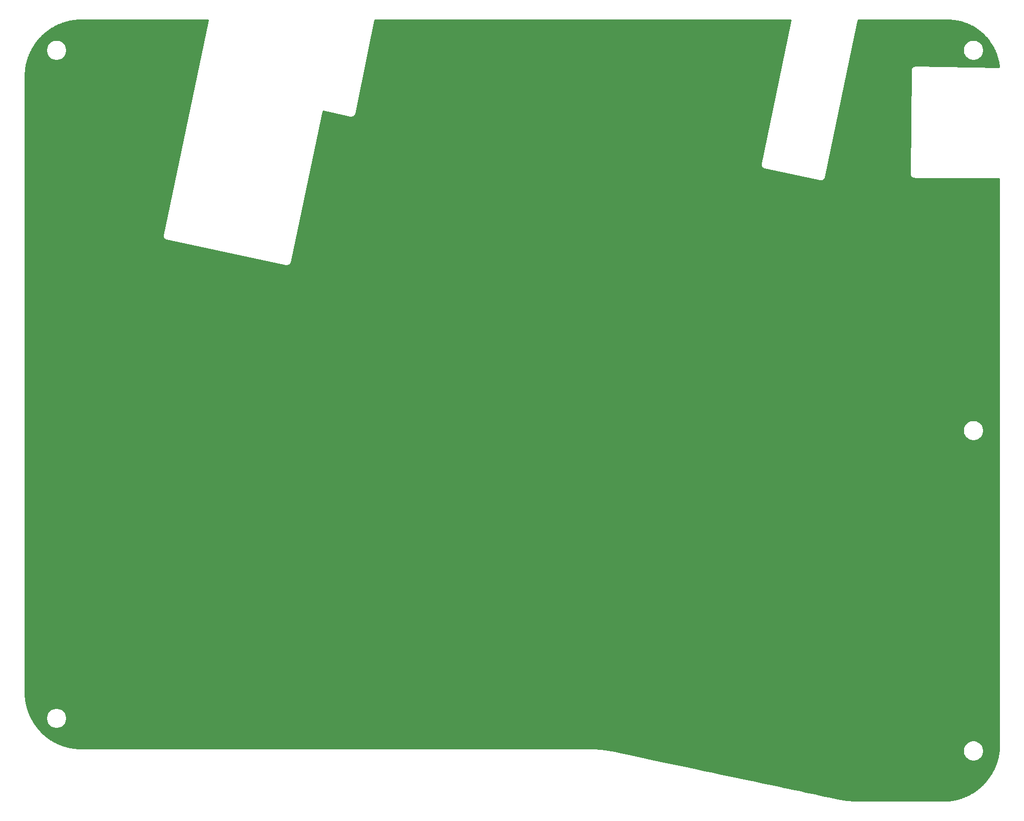
<source format=gtl>
G04 #@! TF.GenerationSoftware,KiCad,Pcbnew,(5.1.5-0-10_14)*
G04 #@! TF.CreationDate,2020-04-19T15:56:36+09:00*
G04 #@! TF.ProjectId,colice_pcb_left_bottom,636f6c69-6365-45f7-9063-625f6c656674,rev?*
G04 #@! TF.SameCoordinates,Original*
G04 #@! TF.FileFunction,Copper,L1,Top*
G04 #@! TF.FilePolarity,Positive*
%FSLAX46Y46*%
G04 Gerber Fmt 4.6, Leading zero omitted, Abs format (unit mm)*
G04 Created by KiCad (PCBNEW (5.1.5-0-10_14)) date 2020-04-19 15:56:36*
%MOMM*%
%LPD*%
G04 APERTURE LIST*
%ADD10C,0.254000*%
G04 APERTURE END LIST*
D10*
G36*
X42970818Y-59781842D02*
G01*
X42960145Y-59815439D01*
X42956003Y-59852516D01*
X42955791Y-59853525D01*
X42951992Y-59888416D01*
X42944069Y-59959326D01*
X42944157Y-59960360D01*
X42944045Y-59961390D01*
X42950320Y-60032613D01*
X42956373Y-60103584D01*
X42956660Y-60104576D01*
X42956751Y-60105612D01*
X42976822Y-60174315D01*
X42996584Y-60242670D01*
X42997060Y-60243588D01*
X42997351Y-60244586D01*
X43030330Y-60307843D01*
X43063156Y-60371239D01*
X43063805Y-60372051D01*
X43064283Y-60372968D01*
X43108910Y-60428503D01*
X43153532Y-60484350D01*
X43154325Y-60485018D01*
X43154974Y-60485826D01*
X43209741Y-60531724D01*
X43264239Y-60577656D01*
X43265144Y-60578155D01*
X43265941Y-60578823D01*
X43328434Y-60613058D01*
X43391021Y-60647572D01*
X43392015Y-60647888D01*
X43392919Y-60648383D01*
X43461036Y-60669815D01*
X43494431Y-60680424D01*
X43495430Y-60680636D01*
X43531026Y-60691836D01*
X43566077Y-60695653D01*
X63242738Y-64878047D01*
X63277311Y-64889031D01*
X63313365Y-64893059D01*
X63313369Y-64893060D01*
X63369477Y-64899328D01*
X63421198Y-64905107D01*
X63421201Y-64905107D01*
X63461552Y-64901665D01*
X63565455Y-64892804D01*
X63565458Y-64892803D01*
X63565459Y-64892803D01*
X63587212Y-64886514D01*
X63704542Y-64852594D01*
X63718837Y-64845192D01*
X63833114Y-64786020D01*
X63920948Y-64715841D01*
X63946223Y-64695646D01*
X64039529Y-64584940D01*
X64109445Y-64458158D01*
X64109447Y-64458155D01*
X64153285Y-64320169D01*
X64157313Y-64284113D01*
X69453249Y-39369222D01*
X73913861Y-40317222D01*
X73950726Y-40328677D01*
X74020419Y-40336017D01*
X74090053Y-40343795D01*
X74092386Y-40343596D01*
X74094712Y-40343841D01*
X74164449Y-40337448D01*
X74234311Y-40331487D01*
X74236561Y-40330836D01*
X74238889Y-40330623D01*
X74306042Y-40310747D01*
X74373397Y-40291272D01*
X74375475Y-40290196D01*
X74377718Y-40289532D01*
X74439741Y-40256917D01*
X74501964Y-40224695D01*
X74503791Y-40223235D01*
X74505862Y-40222146D01*
X74560317Y-40178068D01*
X74615072Y-40134316D01*
X74616580Y-40132526D01*
X74618398Y-40131055D01*
X74663176Y-40077238D01*
X74708375Y-40023607D01*
X74709506Y-40021555D01*
X74711001Y-40019759D01*
X74744420Y-39958241D01*
X74778287Y-39896823D01*
X74778996Y-39894592D01*
X74780112Y-39892537D01*
X74800890Y-39825670D01*
X74822121Y-39758835D01*
X74826407Y-39720467D01*
X78006854Y-24277156D01*
X146784967Y-24277156D01*
X141844759Y-48000395D01*
X141834234Y-48033524D01*
X141830037Y-48071091D01*
X141829727Y-48072580D01*
X141826025Y-48107001D01*
X141818159Y-48177411D01*
X141818289Y-48178935D01*
X141818125Y-48180460D01*
X141824443Y-48251083D01*
X141830463Y-48321669D01*
X141830889Y-48323141D01*
X141831025Y-48324666D01*
X141850980Y-48392634D01*
X141870674Y-48460755D01*
X141871379Y-48462116D01*
X141871810Y-48463585D01*
X141904655Y-48526381D01*
X141937247Y-48589324D01*
X141938203Y-48590520D01*
X141938913Y-48591878D01*
X141983412Y-48647103D01*
X142027623Y-48702435D01*
X142028793Y-48703421D01*
X142029755Y-48704615D01*
X142084204Y-48750123D01*
X142138330Y-48795741D01*
X142139669Y-48796480D01*
X142140846Y-48797463D01*
X142203101Y-48831459D01*
X142265112Y-48865656D01*
X142266571Y-48866120D01*
X142267916Y-48866854D01*
X142335513Y-48888022D01*
X142368522Y-48898509D01*
X142370013Y-48898826D01*
X142406082Y-48910121D01*
X142440637Y-48913837D01*
X151575055Y-50855400D01*
X151611013Y-50866672D01*
X151681548Y-50874280D01*
X151752137Y-50882166D01*
X151753548Y-50882046D01*
X151754961Y-50882198D01*
X151825710Y-50875891D01*
X151896395Y-50869862D01*
X151897758Y-50869468D01*
X151899170Y-50869342D01*
X151967277Y-50849370D01*
X152035482Y-50829651D01*
X152036741Y-50828999D01*
X152038102Y-50828600D01*
X152101049Y-50795700D01*
X152164050Y-50763078D01*
X152165157Y-50762194D01*
X152166415Y-50761536D01*
X152221749Y-50716976D01*
X152277161Y-50672702D01*
X152278074Y-50671618D01*
X152279180Y-50670728D01*
X152324755Y-50616231D01*
X152370467Y-50561995D01*
X152371152Y-50560754D01*
X152372062Y-50559665D01*
X152406116Y-50497350D01*
X152440382Y-50435213D01*
X152440811Y-50433861D01*
X152441492Y-50432616D01*
X152462721Y-50364898D01*
X152484220Y-50297227D01*
X152488405Y-50259769D01*
X156908417Y-29066980D01*
X175251800Y-29066980D01*
X175251800Y-29403820D01*
X175317514Y-29734189D01*
X175446418Y-30045389D01*
X175633556Y-30325461D01*
X175871739Y-30563644D01*
X176151811Y-30750782D01*
X176463011Y-30879686D01*
X176793380Y-30945400D01*
X177130220Y-30945400D01*
X177460589Y-30879686D01*
X177771789Y-30750782D01*
X178051861Y-30563644D01*
X178290044Y-30325461D01*
X178477182Y-30045389D01*
X178606086Y-29734189D01*
X178671800Y-29403820D01*
X178671800Y-29066980D01*
X178606086Y-28736611D01*
X178477182Y-28425411D01*
X178290044Y-28145339D01*
X178051861Y-27907156D01*
X177771789Y-27720018D01*
X177460589Y-27591114D01*
X177130220Y-27525400D01*
X176793380Y-27525400D01*
X176463011Y-27591114D01*
X176151811Y-27720018D01*
X175871739Y-27907156D01*
X175633556Y-28145339D01*
X175446418Y-28425411D01*
X175317514Y-28736611D01*
X175251800Y-29066980D01*
X156908417Y-29066980D01*
X157907393Y-24277156D01*
X172671044Y-24277156D01*
X172867087Y-24279303D01*
X173052726Y-24285358D01*
X173228641Y-24294769D01*
X173403754Y-24307711D01*
X173574351Y-24323780D01*
X173740546Y-24342739D01*
X173907421Y-24365095D01*
X174073239Y-24390638D01*
X174241550Y-24419988D01*
X174398517Y-24450508D01*
X174551192Y-24483146D01*
X174708018Y-24519743D01*
X174857038Y-24557437D01*
X175003431Y-24597282D01*
X175148953Y-24639693D01*
X175290045Y-24683527D01*
X175430201Y-24729759D01*
X175569201Y-24778300D01*
X175710443Y-24830416D01*
X175844061Y-24882361D01*
X175976798Y-24936561D01*
X176108367Y-24992885D01*
X176238780Y-25051329D01*
X176371132Y-25113357D01*
X176498968Y-25175928D01*
X176634689Y-25245294D01*
X176766093Y-25315402D01*
X176887193Y-25382654D01*
X177014613Y-25456228D01*
X177140411Y-25531773D01*
X177266250Y-25610323D01*
X177387824Y-25689132D01*
X177508187Y-25770074D01*
X177621586Y-25849083D01*
X177733878Y-25930034D01*
X177839452Y-26008691D01*
X177943932Y-26089052D01*
X178047025Y-26170891D01*
X178153737Y-26258360D01*
X178266777Y-26354196D01*
X178368047Y-26442948D01*
X178465625Y-26531168D01*
X178561610Y-26620649D01*
X178668337Y-26723421D01*
X178768305Y-26822967D01*
X178866833Y-26924344D01*
X178956867Y-27019964D01*
X179047847Y-27119629D01*
X179135040Y-27218162D01*
X179220707Y-27318001D01*
X179307053Y-27421843D01*
X179389606Y-27524304D01*
X179470603Y-27628048D01*
X179554151Y-27738589D01*
X179631846Y-27844815D01*
X179709788Y-27954927D01*
X179793565Y-28077522D01*
X179873220Y-28198466D01*
X179950909Y-28320880D01*
X180028408Y-28447743D01*
X180098480Y-28566894D01*
X180173496Y-28699562D01*
X180240461Y-28822864D01*
X180307127Y-28950651D01*
X180370864Y-29077994D01*
X180435462Y-29212770D01*
X180494816Y-29342250D01*
X180557594Y-29485799D01*
X180612582Y-29617814D01*
X180665484Y-29751109D01*
X180716222Y-29885529D01*
X180766403Y-30025735D01*
X180814685Y-30168524D01*
X180861049Y-30314160D01*
X180903403Y-30455838D01*
X180944301Y-30601989D01*
X180983013Y-30750574D01*
X181020711Y-30907060D01*
X181054429Y-31059454D01*
X181085392Y-31212679D01*
X181115364Y-31377017D01*
X181144282Y-31556201D01*
X181168326Y-31727708D01*
X181188992Y-31900498D01*
X181205887Y-32070697D01*
X181206455Y-32077911D01*
X167387293Y-31828053D01*
X167347548Y-31823814D01*
X167279044Y-31830003D01*
X167210619Y-31835495D01*
X167207053Y-31836507D01*
X167203353Y-31836841D01*
X167137345Y-31856284D01*
X167071334Y-31875012D01*
X167068036Y-31876699D01*
X167064471Y-31877749D01*
X167003547Y-31909684D01*
X166942434Y-31940942D01*
X166939525Y-31943242D01*
X166936237Y-31944966D01*
X166882743Y-31988150D01*
X166828874Y-32030753D01*
X166826469Y-32033577D01*
X166823581Y-32035909D01*
X166779547Y-32088689D01*
X166735016Y-32140992D01*
X166733209Y-32144231D01*
X166730831Y-32147081D01*
X166697948Y-32207425D01*
X166664469Y-32267425D01*
X166663328Y-32270956D01*
X166661553Y-32274213D01*
X166641066Y-32339835D01*
X166619944Y-32405190D01*
X166619514Y-32408871D01*
X166618407Y-32412417D01*
X166611117Y-32480771D01*
X166603150Y-32548995D01*
X166606348Y-32588833D01*
X166468234Y-49694235D01*
X166464386Y-49733305D01*
X166471199Y-49802476D01*
X166477438Y-49871536D01*
X166478283Y-49874405D01*
X166478577Y-49877390D01*
X166498762Y-49943931D01*
X166518346Y-50010419D01*
X166519734Y-50013067D01*
X166520605Y-50015938D01*
X166553388Y-50077272D01*
X166585563Y-50138653D01*
X166587441Y-50140979D01*
X166588855Y-50143625D01*
X166632964Y-50197371D01*
X166676505Y-50251309D01*
X166678802Y-50253225D01*
X166680704Y-50255543D01*
X166734426Y-50299631D01*
X166787678Y-50344059D01*
X166790305Y-50345491D01*
X166792622Y-50347392D01*
X166853937Y-50380165D01*
X166914810Y-50413337D01*
X166917663Y-50414228D01*
X166920309Y-50415642D01*
X166986820Y-50435818D01*
X167053014Y-50456483D01*
X167055990Y-50456800D01*
X167058857Y-50457670D01*
X167128015Y-50464481D01*
X167196979Y-50471836D01*
X167236063Y-50468305D01*
X181224602Y-50468305D01*
X181224602Y-144133955D01*
X181222748Y-144323013D01*
X181217401Y-144505600D01*
X181208778Y-144683369D01*
X181196525Y-144864263D01*
X181181572Y-145036497D01*
X181163481Y-145207925D01*
X181142780Y-145374727D01*
X181119697Y-145536907D01*
X181093809Y-145698254D01*
X181065164Y-145858623D01*
X181034512Y-146014489D01*
X181001280Y-146169311D01*
X180965460Y-146323259D01*
X180928005Y-146472703D01*
X180887656Y-146622911D01*
X180845924Y-146768515D01*
X180800209Y-146918466D01*
X180752018Y-147067385D01*
X180703836Y-147208250D01*
X180654667Y-147344817D01*
X180603415Y-147480418D01*
X180549394Y-147616767D01*
X180494796Y-147748487D01*
X180435948Y-147884343D01*
X180375017Y-148019045D01*
X180315158Y-148146049D01*
X180253355Y-148272156D01*
X180189776Y-148397050D01*
X180122704Y-148523938D01*
X180050145Y-148656074D01*
X179977307Y-148783808D01*
X179908119Y-148900938D01*
X179837174Y-149017107D01*
X179762584Y-149135260D01*
X179688522Y-149248796D01*
X179600274Y-149379527D01*
X179522764Y-149490541D01*
X179443365Y-149600787D01*
X179362552Y-149709608D01*
X179273341Y-149826011D01*
X179191562Y-149929478D01*
X179105887Y-150034731D01*
X179021091Y-150135891D01*
X178932449Y-150238607D01*
X178842432Y-150339903D01*
X178748449Y-150442576D01*
X178658033Y-150538512D01*
X178561222Y-150638291D01*
X178460411Y-150739103D01*
X178360575Y-150835970D01*
X178264638Y-150926386D01*
X178161952Y-151020380D01*
X178060583Y-151110463D01*
X177960647Y-151196736D01*
X177859531Y-151281558D01*
X177754190Y-151367372D01*
X177650593Y-151449316D01*
X177545755Y-151529852D01*
X177436962Y-151610958D01*
X177323947Y-151692643D01*
X177212696Y-151770567D01*
X177100219Y-151846923D01*
X176986575Y-151921663D01*
X176871990Y-151994638D01*
X176746791Y-152071714D01*
X176629950Y-152141206D01*
X176502304Y-152214507D01*
X176383155Y-152280524D01*
X176259589Y-152346590D01*
X176131807Y-152412406D01*
X176002787Y-152476337D01*
X175876132Y-152536681D01*
X175744954Y-152596714D01*
X175612893Y-152654667D01*
X175476352Y-152712018D01*
X175338679Y-152767252D01*
X175203589Y-152818966D01*
X175056867Y-152872398D01*
X174916250Y-152920981D01*
X174774401Y-152967429D01*
X174631690Y-153011602D01*
X174484870Y-153054409D01*
X174315131Y-153100624D01*
X174166228Y-153138315D01*
X174014161Y-153174088D01*
X173861312Y-153207319D01*
X173703687Y-153238752D01*
X173545443Y-153267449D01*
X173380405Y-153294358D01*
X173218853Y-153317742D01*
X173033190Y-153341043D01*
X172865880Y-153358802D01*
X172693555Y-153373898D01*
X172516671Y-153386055D01*
X172335145Y-153395040D01*
X172144933Y-153400686D01*
X171956001Y-153402539D01*
X158332799Y-153402539D01*
X158137813Y-153401560D01*
X157932522Y-153398410D01*
X157741525Y-153393517D01*
X157554480Y-153386889D01*
X157367612Y-153378449D01*
X157182659Y-153368303D01*
X156997834Y-153356381D01*
X156815206Y-153342851D01*
X156634734Y-153327759D01*
X156454372Y-153310965D01*
X156274117Y-153292472D01*
X156099913Y-153272967D01*
X155921994Y-153251384D01*
X155750211Y-153228948D01*
X155578639Y-153204966D01*
X155407165Y-153179422D01*
X155235887Y-153152326D01*
X155069874Y-153124550D01*
X154902061Y-153094949D01*
X154731288Y-153063252D01*
X154569015Y-153031649D01*
X154405809Y-152998401D01*
X154324846Y-152981366D01*
X154160148Y-152946362D01*
X153810615Y-152872074D01*
X153810611Y-152872074D01*
X153439181Y-152793133D01*
X153439123Y-152793120D01*
X153046393Y-152709651D01*
X153046389Y-152709651D01*
X152421510Y-152576840D01*
X152421481Y-152576834D01*
X151747967Y-152433685D01*
X151747965Y-152433685D01*
X151277478Y-152333688D01*
X151277474Y-152333688D01*
X150789352Y-152229940D01*
X150789344Y-152229939D01*
X150284304Y-152122596D01*
X150284298Y-152122595D01*
X149763059Y-152011809D01*
X149763057Y-152011809D01*
X149226331Y-151897731D01*
X148395502Y-151721143D01*
X147530503Y-151537291D01*
X147530474Y-151537285D01*
X146939030Y-151411576D01*
X146335764Y-151283354D01*
X146335706Y-151283341D01*
X145721221Y-151152733D01*
X144781315Y-150952957D01*
X143494027Y-150679345D01*
X143494019Y-150679344D01*
X142175059Y-150398999D01*
X142175051Y-150398998D01*
X140830174Y-150113144D01*
X139465159Y-149823008D01*
X139465130Y-149823002D01*
X137393113Y-149382591D01*
X137393084Y-149382585D01*
X135306666Y-148939110D01*
X135306637Y-148939104D01*
X134265212Y-148717744D01*
X134265210Y-148717744D01*
X133573027Y-148570619D01*
X133572969Y-148570606D01*
X132539106Y-148350854D01*
X132539104Y-148350854D01*
X131174060Y-148060707D01*
X129162491Y-147633138D01*
X126587916Y-147085896D01*
X126587908Y-147085895D01*
X124174617Y-146572932D01*
X121968702Y-146104045D01*
X121968673Y-146104039D01*
X120016219Y-145689024D01*
X120016162Y-145689011D01*
X118756251Y-145421201D01*
X118756243Y-145421200D01*
X118013404Y-145263300D01*
X118013270Y-145263270D01*
X117678739Y-145192161D01*
X117678583Y-145192143D01*
X117675662Y-145191514D01*
X117509311Y-145156897D01*
X117509133Y-145156878D01*
X117503035Y-145155620D01*
X117328400Y-145120864D01*
X117328222Y-145120846D01*
X117322086Y-145119636D01*
X117153221Y-145087562D01*
X117153045Y-145087546D01*
X117146882Y-145086387D01*
X116969712Y-145054343D01*
X116969546Y-145054329D01*
X116963107Y-145053179D01*
X116780640Y-145021894D01*
X116780469Y-145021882D01*
X116774074Y-145020799D01*
X116599435Y-144992482D01*
X116599264Y-144992471D01*
X116592859Y-144991446D01*
X116434117Y-144967180D01*
X175251800Y-144967180D01*
X175251800Y-145304020D01*
X175317514Y-145634389D01*
X175446418Y-145945589D01*
X175633556Y-146225661D01*
X175871739Y-146463844D01*
X176151811Y-146650982D01*
X176463011Y-146779886D01*
X176793380Y-146845600D01*
X177130220Y-146845600D01*
X177460589Y-146779886D01*
X177771789Y-146650982D01*
X178051861Y-146463844D01*
X178290044Y-146225661D01*
X178477182Y-145945589D01*
X178606086Y-145634389D01*
X178671800Y-145304020D01*
X178671800Y-144967180D01*
X178606086Y-144636811D01*
X178477182Y-144325611D01*
X178290044Y-144045539D01*
X178051861Y-143807356D01*
X177771789Y-143620218D01*
X177460589Y-143491314D01*
X177130220Y-143425600D01*
X176793380Y-143425600D01*
X176463011Y-143491314D01*
X176151811Y-143620218D01*
X175871739Y-143807356D01*
X175633556Y-144045539D01*
X175446418Y-144325611D01*
X175317514Y-144636811D01*
X175251800Y-144967180D01*
X116434117Y-144967180D01*
X116408892Y-144963324D01*
X116408719Y-144963315D01*
X116402281Y-144962344D01*
X116226180Y-144937061D01*
X116226003Y-144937053D01*
X116219636Y-144936152D01*
X116039276Y-144911910D01*
X116039108Y-144911904D01*
X116032681Y-144911053D01*
X115854146Y-144888699D01*
X115853965Y-144888694D01*
X115847437Y-144887891D01*
X115660590Y-144866239D01*
X115660421Y-144866236D01*
X115653826Y-144865487D01*
X115472889Y-144846216D01*
X115472719Y-144846215D01*
X115466212Y-144845535D01*
X115283068Y-144827719D01*
X115282898Y-144827719D01*
X115276230Y-144827086D01*
X115086813Y-144810445D01*
X115086645Y-144810447D01*
X115079921Y-144809872D01*
X114894426Y-144795333D01*
X114894257Y-144795336D01*
X114887545Y-144794826D01*
X114698848Y-144781817D01*
X114698677Y-144781822D01*
X114691911Y-144781372D01*
X114503084Y-144770147D01*
X114502913Y-144770154D01*
X114496068Y-144769764D01*
X114303035Y-144760140D01*
X114302876Y-144760148D01*
X114295823Y-144759816D01*
X114096547Y-144751842D01*
X114096388Y-144751851D01*
X114089277Y-144751587D01*
X113892965Y-144745677D01*
X113892808Y-144745688D01*
X113885751Y-144745495D01*
X113689354Y-144741512D01*
X113689203Y-144741524D01*
X113681971Y-144741399D01*
X113477316Y-144739305D01*
X113477131Y-144739321D01*
X113471663Y-144739269D01*
X113369315Y-144739009D01*
X113369207Y-144739019D01*
X113367448Y-144739007D01*
X29446810Y-144739007D01*
X29257952Y-144737119D01*
X29074916Y-144731657D01*
X28896173Y-144722824D01*
X28714828Y-144710320D01*
X28543648Y-144695230D01*
X28358855Y-144675335D01*
X28182155Y-144652797D01*
X28020442Y-144629130D01*
X27861060Y-144602937D01*
X27698884Y-144573337D01*
X27520840Y-144537393D01*
X27369050Y-144503865D01*
X27217461Y-144467696D01*
X27066591Y-144429006D01*
X26919933Y-144388788D01*
X26772298Y-144345670D01*
X26625336Y-144300087D01*
X26484504Y-144253876D01*
X26344152Y-144205320D01*
X26207283Y-144155525D01*
X26072091Y-144103923D01*
X25935360Y-144049253D01*
X25788466Y-143987684D01*
X25652740Y-143928133D01*
X25521137Y-143867892D01*
X25391187Y-143805940D01*
X25266992Y-143744393D01*
X25144478Y-143681382D01*
X25019648Y-143614785D01*
X24899023Y-143548077D01*
X24779294Y-143479516D01*
X24658990Y-143408212D01*
X24539744Y-143335078D01*
X24423849Y-143261592D01*
X24307299Y-143185229D01*
X24196521Y-143110287D01*
X24085806Y-143033023D01*
X23975522Y-142953638D01*
X23867001Y-142873084D01*
X23759553Y-142790867D01*
X23653171Y-142706972D01*
X23550758Y-142623780D01*
X23449460Y-142539067D01*
X23348489Y-142452144D01*
X23249367Y-142364306D01*
X23152094Y-142275600D01*
X23055422Y-142184883D01*
X22953780Y-142086654D01*
X22892571Y-142026022D01*
X22797163Y-141929219D01*
X22705911Y-141833926D01*
X22614868Y-141736084D01*
X22525995Y-141637781D01*
X22438618Y-141538313D01*
X22352794Y-141437749D01*
X22268494Y-141336069D01*
X22185764Y-141233336D01*
X22102393Y-141126696D01*
X22020644Y-141018922D01*
X21940581Y-140910104D01*
X21860112Y-140797280D01*
X21781362Y-140683297D01*
X21706456Y-140571388D01*
X21632340Y-140457067D01*
X21552558Y-140329741D01*
X21482625Y-140214220D01*
X21412874Y-140095066D01*
X21345009Y-139975069D01*
X21275934Y-139848472D01*
X21210233Y-139723521D01*
X21142671Y-139589984D01*
X21138971Y-139582380D01*
X23626500Y-139582380D01*
X23626500Y-139919220D01*
X23692214Y-140249589D01*
X23821118Y-140560789D01*
X24008256Y-140840861D01*
X24246439Y-141079044D01*
X24526511Y-141266182D01*
X24837711Y-141395086D01*
X25168080Y-141460800D01*
X25504920Y-141460800D01*
X25835289Y-141395086D01*
X26146489Y-141266182D01*
X26426561Y-141079044D01*
X26664744Y-140840861D01*
X26851882Y-140560789D01*
X26980786Y-140249589D01*
X27046500Y-139919220D01*
X27046500Y-139582380D01*
X26980786Y-139252011D01*
X26851882Y-138940811D01*
X26664744Y-138660739D01*
X26426561Y-138422556D01*
X26146489Y-138235418D01*
X25835289Y-138106514D01*
X25504920Y-138040800D01*
X25168080Y-138040800D01*
X24837711Y-138106514D01*
X24526511Y-138235418D01*
X24246439Y-138422556D01*
X24008256Y-138660739D01*
X23821118Y-138940811D01*
X23692214Y-139252011D01*
X23626500Y-139582380D01*
X21138971Y-139582380D01*
X21082116Y-139465538D01*
X21022590Y-139338375D01*
X20964657Y-139209553D01*
X20908757Y-139080009D01*
X20851036Y-138940228D01*
X20797637Y-138804815D01*
X20746659Y-138669358D01*
X20696592Y-138529660D01*
X20648795Y-138389252D01*
X20602673Y-138246258D01*
X20559188Y-138103590D01*
X20515987Y-137952976D01*
X20475614Y-137802724D01*
X20436894Y-137648180D01*
X20400814Y-137492888D01*
X20367414Y-137337013D01*
X20335696Y-137175185D01*
X20305750Y-137006210D01*
X20280024Y-136843992D01*
X20256792Y-136678376D01*
X20236545Y-136512279D01*
X20218927Y-136341833D01*
X20204462Y-136171099D01*
X20192972Y-135996695D01*
X20183677Y-135791693D01*
X20179138Y-135604258D01*
X20178200Y-135471419D01*
X20178200Y-91970080D01*
X175251800Y-91970080D01*
X175251800Y-92306920D01*
X175317514Y-92637289D01*
X175446418Y-92948489D01*
X175633556Y-93228561D01*
X175871739Y-93466744D01*
X176151811Y-93653882D01*
X176463011Y-93782786D01*
X176793380Y-93848500D01*
X177130220Y-93848500D01*
X177460589Y-93782786D01*
X177771789Y-93653882D01*
X178051861Y-93466744D01*
X178290044Y-93228561D01*
X178477182Y-92948489D01*
X178606086Y-92637289D01*
X178671800Y-92306920D01*
X178671800Y-91970080D01*
X178606086Y-91639711D01*
X178477182Y-91328511D01*
X178290044Y-91048439D01*
X178051861Y-90810256D01*
X177771789Y-90623118D01*
X177460589Y-90494214D01*
X177130220Y-90428500D01*
X176793380Y-90428500D01*
X176463011Y-90494214D01*
X176151811Y-90623118D01*
X175871739Y-90810256D01*
X175633556Y-91048439D01*
X175446418Y-91328511D01*
X175317514Y-91639711D01*
X175251800Y-91970080D01*
X20178200Y-91970080D01*
X20178200Y-33546305D01*
X20180718Y-33327558D01*
X20186726Y-33145239D01*
X20196056Y-32967401D01*
X20209242Y-32784355D01*
X20224808Y-32613903D01*
X20243314Y-32445503D01*
X20264373Y-32281296D01*
X20288070Y-32119381D01*
X20314257Y-31960037D01*
X20344623Y-31793839D01*
X20375671Y-31639363D01*
X20410180Y-31481763D01*
X20446944Y-31326762D01*
X20487308Y-31168865D01*
X20527954Y-31020474D01*
X20570010Y-30876282D01*
X20613794Y-30734689D01*
X20663404Y-30583205D01*
X20711854Y-30443163D01*
X20762580Y-30303799D01*
X20816221Y-30163505D01*
X20869610Y-30030236D01*
X20929521Y-29887393D01*
X20987224Y-29755791D01*
X21046281Y-29626567D01*
X21108571Y-29495665D01*
X21171195Y-29369133D01*
X21235855Y-29243349D01*
X21300633Y-29121875D01*
X21323967Y-29079680D01*
X23626500Y-29079680D01*
X23626500Y-29416520D01*
X23692214Y-29746889D01*
X23821118Y-30058089D01*
X24008256Y-30338161D01*
X24246439Y-30576344D01*
X24526511Y-30763482D01*
X24837711Y-30892386D01*
X25168080Y-30958100D01*
X25504920Y-30958100D01*
X25835289Y-30892386D01*
X26146489Y-30763482D01*
X26426561Y-30576344D01*
X26664744Y-30338161D01*
X26851882Y-30058089D01*
X26980786Y-29746889D01*
X27046500Y-29416520D01*
X27046500Y-29079680D01*
X26980786Y-28749311D01*
X26851882Y-28438111D01*
X26664744Y-28158039D01*
X26426561Y-27919856D01*
X26146489Y-27732718D01*
X25835289Y-27603814D01*
X25504920Y-27538100D01*
X25168080Y-27538100D01*
X24837711Y-27603814D01*
X24526511Y-27732718D01*
X24246439Y-27919856D01*
X24008256Y-28158039D01*
X23821118Y-28438111D01*
X23692214Y-28749311D01*
X23626500Y-29079680D01*
X21323967Y-29079680D01*
X21370913Y-28994790D01*
X21441308Y-28872023D01*
X21511268Y-28754155D01*
X21582108Y-28638712D01*
X21654180Y-28525009D01*
X21728948Y-28410795D01*
X21805483Y-28297553D01*
X21882629Y-28186938D01*
X21961484Y-28077316D01*
X22041876Y-27968926D01*
X22130770Y-27852801D01*
X22216793Y-27743936D01*
X22309482Y-27630279D01*
X22394361Y-27529336D01*
X22480903Y-27429348D01*
X22571257Y-27327962D01*
X22673597Y-27216636D01*
X22764709Y-27120518D01*
X22858791Y-27024073D01*
X22890680Y-26992022D01*
X22985361Y-26898666D01*
X23084028Y-26804155D01*
X23181145Y-26713796D01*
X23278757Y-26625539D01*
X23378911Y-26537551D01*
X23479237Y-26451932D01*
X23592419Y-26358244D01*
X23694871Y-26275996D01*
X23810486Y-26186003D01*
X23918253Y-26104720D01*
X24026570Y-26025463D01*
X24136661Y-25947342D01*
X24248534Y-25870390D01*
X24360628Y-25795674D01*
X24476837Y-25720663D01*
X24590942Y-25649372D01*
X24709043Y-25577977D01*
X24831387Y-25506516D01*
X24951481Y-25438776D01*
X25072558Y-25372843D01*
X25195353Y-25308325D01*
X25323939Y-25243252D01*
X25448486Y-25182591D01*
X25574763Y-25123414D01*
X25707697Y-25063594D01*
X25840628Y-25006265D01*
X25972815Y-24951672D01*
X26105742Y-24899160D01*
X26241201Y-24848063D01*
X26382576Y-24797290D01*
X26523830Y-24749120D01*
X26664117Y-24703777D01*
X26807830Y-24659861D01*
X26953991Y-24617793D01*
X27100714Y-24578159D01*
X27255337Y-24539167D01*
X27408757Y-24503260D01*
X27562883Y-24469942D01*
X27721088Y-24438587D01*
X27889144Y-24408396D01*
X28048518Y-24382707D01*
X28213999Y-24359040D01*
X28386959Y-24337552D01*
X28580996Y-24317363D01*
X28758674Y-24302484D01*
X28936745Y-24291026D01*
X29139768Y-24282156D01*
X29331352Y-24277850D01*
X29445343Y-24277156D01*
X50413932Y-24277156D01*
X42970818Y-59781842D01*
G37*
X42970818Y-59781842D02*
X42960145Y-59815439D01*
X42956003Y-59852516D01*
X42955791Y-59853525D01*
X42951992Y-59888416D01*
X42944069Y-59959326D01*
X42944157Y-59960360D01*
X42944045Y-59961390D01*
X42950320Y-60032613D01*
X42956373Y-60103584D01*
X42956660Y-60104576D01*
X42956751Y-60105612D01*
X42976822Y-60174315D01*
X42996584Y-60242670D01*
X42997060Y-60243588D01*
X42997351Y-60244586D01*
X43030330Y-60307843D01*
X43063156Y-60371239D01*
X43063805Y-60372051D01*
X43064283Y-60372968D01*
X43108910Y-60428503D01*
X43153532Y-60484350D01*
X43154325Y-60485018D01*
X43154974Y-60485826D01*
X43209741Y-60531724D01*
X43264239Y-60577656D01*
X43265144Y-60578155D01*
X43265941Y-60578823D01*
X43328434Y-60613058D01*
X43391021Y-60647572D01*
X43392015Y-60647888D01*
X43392919Y-60648383D01*
X43461036Y-60669815D01*
X43494431Y-60680424D01*
X43495430Y-60680636D01*
X43531026Y-60691836D01*
X43566077Y-60695653D01*
X63242738Y-64878047D01*
X63277311Y-64889031D01*
X63313365Y-64893059D01*
X63313369Y-64893060D01*
X63369477Y-64899328D01*
X63421198Y-64905107D01*
X63421201Y-64905107D01*
X63461552Y-64901665D01*
X63565455Y-64892804D01*
X63565458Y-64892803D01*
X63565459Y-64892803D01*
X63587212Y-64886514D01*
X63704542Y-64852594D01*
X63718837Y-64845192D01*
X63833114Y-64786020D01*
X63920948Y-64715841D01*
X63946223Y-64695646D01*
X64039529Y-64584940D01*
X64109445Y-64458158D01*
X64109447Y-64458155D01*
X64153285Y-64320169D01*
X64157313Y-64284113D01*
X69453249Y-39369222D01*
X73913861Y-40317222D01*
X73950726Y-40328677D01*
X74020419Y-40336017D01*
X74090053Y-40343795D01*
X74092386Y-40343596D01*
X74094712Y-40343841D01*
X74164449Y-40337448D01*
X74234311Y-40331487D01*
X74236561Y-40330836D01*
X74238889Y-40330623D01*
X74306042Y-40310747D01*
X74373397Y-40291272D01*
X74375475Y-40290196D01*
X74377718Y-40289532D01*
X74439741Y-40256917D01*
X74501964Y-40224695D01*
X74503791Y-40223235D01*
X74505862Y-40222146D01*
X74560317Y-40178068D01*
X74615072Y-40134316D01*
X74616580Y-40132526D01*
X74618398Y-40131055D01*
X74663176Y-40077238D01*
X74708375Y-40023607D01*
X74709506Y-40021555D01*
X74711001Y-40019759D01*
X74744420Y-39958241D01*
X74778287Y-39896823D01*
X74778996Y-39894592D01*
X74780112Y-39892537D01*
X74800890Y-39825670D01*
X74822121Y-39758835D01*
X74826407Y-39720467D01*
X78006854Y-24277156D01*
X146784967Y-24277156D01*
X141844759Y-48000395D01*
X141834234Y-48033524D01*
X141830037Y-48071091D01*
X141829727Y-48072580D01*
X141826025Y-48107001D01*
X141818159Y-48177411D01*
X141818289Y-48178935D01*
X141818125Y-48180460D01*
X141824443Y-48251083D01*
X141830463Y-48321669D01*
X141830889Y-48323141D01*
X141831025Y-48324666D01*
X141850980Y-48392634D01*
X141870674Y-48460755D01*
X141871379Y-48462116D01*
X141871810Y-48463585D01*
X141904655Y-48526381D01*
X141937247Y-48589324D01*
X141938203Y-48590520D01*
X141938913Y-48591878D01*
X141983412Y-48647103D01*
X142027623Y-48702435D01*
X142028793Y-48703421D01*
X142029755Y-48704615D01*
X142084204Y-48750123D01*
X142138330Y-48795741D01*
X142139669Y-48796480D01*
X142140846Y-48797463D01*
X142203101Y-48831459D01*
X142265112Y-48865656D01*
X142266571Y-48866120D01*
X142267916Y-48866854D01*
X142335513Y-48888022D01*
X142368522Y-48898509D01*
X142370013Y-48898826D01*
X142406082Y-48910121D01*
X142440637Y-48913837D01*
X151575055Y-50855400D01*
X151611013Y-50866672D01*
X151681548Y-50874280D01*
X151752137Y-50882166D01*
X151753548Y-50882046D01*
X151754961Y-50882198D01*
X151825710Y-50875891D01*
X151896395Y-50869862D01*
X151897758Y-50869468D01*
X151899170Y-50869342D01*
X151967277Y-50849370D01*
X152035482Y-50829651D01*
X152036741Y-50828999D01*
X152038102Y-50828600D01*
X152101049Y-50795700D01*
X152164050Y-50763078D01*
X152165157Y-50762194D01*
X152166415Y-50761536D01*
X152221749Y-50716976D01*
X152277161Y-50672702D01*
X152278074Y-50671618D01*
X152279180Y-50670728D01*
X152324755Y-50616231D01*
X152370467Y-50561995D01*
X152371152Y-50560754D01*
X152372062Y-50559665D01*
X152406116Y-50497350D01*
X152440382Y-50435213D01*
X152440811Y-50433861D01*
X152441492Y-50432616D01*
X152462721Y-50364898D01*
X152484220Y-50297227D01*
X152488405Y-50259769D01*
X156908417Y-29066980D01*
X175251800Y-29066980D01*
X175251800Y-29403820D01*
X175317514Y-29734189D01*
X175446418Y-30045389D01*
X175633556Y-30325461D01*
X175871739Y-30563644D01*
X176151811Y-30750782D01*
X176463011Y-30879686D01*
X176793380Y-30945400D01*
X177130220Y-30945400D01*
X177460589Y-30879686D01*
X177771789Y-30750782D01*
X178051861Y-30563644D01*
X178290044Y-30325461D01*
X178477182Y-30045389D01*
X178606086Y-29734189D01*
X178671800Y-29403820D01*
X178671800Y-29066980D01*
X178606086Y-28736611D01*
X178477182Y-28425411D01*
X178290044Y-28145339D01*
X178051861Y-27907156D01*
X177771789Y-27720018D01*
X177460589Y-27591114D01*
X177130220Y-27525400D01*
X176793380Y-27525400D01*
X176463011Y-27591114D01*
X176151811Y-27720018D01*
X175871739Y-27907156D01*
X175633556Y-28145339D01*
X175446418Y-28425411D01*
X175317514Y-28736611D01*
X175251800Y-29066980D01*
X156908417Y-29066980D01*
X157907393Y-24277156D01*
X172671044Y-24277156D01*
X172867087Y-24279303D01*
X173052726Y-24285358D01*
X173228641Y-24294769D01*
X173403754Y-24307711D01*
X173574351Y-24323780D01*
X173740546Y-24342739D01*
X173907421Y-24365095D01*
X174073239Y-24390638D01*
X174241550Y-24419988D01*
X174398517Y-24450508D01*
X174551192Y-24483146D01*
X174708018Y-24519743D01*
X174857038Y-24557437D01*
X175003431Y-24597282D01*
X175148953Y-24639693D01*
X175290045Y-24683527D01*
X175430201Y-24729759D01*
X175569201Y-24778300D01*
X175710443Y-24830416D01*
X175844061Y-24882361D01*
X175976798Y-24936561D01*
X176108367Y-24992885D01*
X176238780Y-25051329D01*
X176371132Y-25113357D01*
X176498968Y-25175928D01*
X176634689Y-25245294D01*
X176766093Y-25315402D01*
X176887193Y-25382654D01*
X177014613Y-25456228D01*
X177140411Y-25531773D01*
X177266250Y-25610323D01*
X177387824Y-25689132D01*
X177508187Y-25770074D01*
X177621586Y-25849083D01*
X177733878Y-25930034D01*
X177839452Y-26008691D01*
X177943932Y-26089052D01*
X178047025Y-26170891D01*
X178153737Y-26258360D01*
X178266777Y-26354196D01*
X178368047Y-26442948D01*
X178465625Y-26531168D01*
X178561610Y-26620649D01*
X178668337Y-26723421D01*
X178768305Y-26822967D01*
X178866833Y-26924344D01*
X178956867Y-27019964D01*
X179047847Y-27119629D01*
X179135040Y-27218162D01*
X179220707Y-27318001D01*
X179307053Y-27421843D01*
X179389606Y-27524304D01*
X179470603Y-27628048D01*
X179554151Y-27738589D01*
X179631846Y-27844815D01*
X179709788Y-27954927D01*
X179793565Y-28077522D01*
X179873220Y-28198466D01*
X179950909Y-28320880D01*
X180028408Y-28447743D01*
X180098480Y-28566894D01*
X180173496Y-28699562D01*
X180240461Y-28822864D01*
X180307127Y-28950651D01*
X180370864Y-29077994D01*
X180435462Y-29212770D01*
X180494816Y-29342250D01*
X180557594Y-29485799D01*
X180612582Y-29617814D01*
X180665484Y-29751109D01*
X180716222Y-29885529D01*
X180766403Y-30025735D01*
X180814685Y-30168524D01*
X180861049Y-30314160D01*
X180903403Y-30455838D01*
X180944301Y-30601989D01*
X180983013Y-30750574D01*
X181020711Y-30907060D01*
X181054429Y-31059454D01*
X181085392Y-31212679D01*
X181115364Y-31377017D01*
X181144282Y-31556201D01*
X181168326Y-31727708D01*
X181188992Y-31900498D01*
X181205887Y-32070697D01*
X181206455Y-32077911D01*
X167387293Y-31828053D01*
X167347548Y-31823814D01*
X167279044Y-31830003D01*
X167210619Y-31835495D01*
X167207053Y-31836507D01*
X167203353Y-31836841D01*
X167137345Y-31856284D01*
X167071334Y-31875012D01*
X167068036Y-31876699D01*
X167064471Y-31877749D01*
X167003547Y-31909684D01*
X166942434Y-31940942D01*
X166939525Y-31943242D01*
X166936237Y-31944966D01*
X166882743Y-31988150D01*
X166828874Y-32030753D01*
X166826469Y-32033577D01*
X166823581Y-32035909D01*
X166779547Y-32088689D01*
X166735016Y-32140992D01*
X166733209Y-32144231D01*
X166730831Y-32147081D01*
X166697948Y-32207425D01*
X166664469Y-32267425D01*
X166663328Y-32270956D01*
X166661553Y-32274213D01*
X166641066Y-32339835D01*
X166619944Y-32405190D01*
X166619514Y-32408871D01*
X166618407Y-32412417D01*
X166611117Y-32480771D01*
X166603150Y-32548995D01*
X166606348Y-32588833D01*
X166468234Y-49694235D01*
X166464386Y-49733305D01*
X166471199Y-49802476D01*
X166477438Y-49871536D01*
X166478283Y-49874405D01*
X166478577Y-49877390D01*
X166498762Y-49943931D01*
X166518346Y-50010419D01*
X166519734Y-50013067D01*
X166520605Y-50015938D01*
X166553388Y-50077272D01*
X166585563Y-50138653D01*
X166587441Y-50140979D01*
X166588855Y-50143625D01*
X166632964Y-50197371D01*
X166676505Y-50251309D01*
X166678802Y-50253225D01*
X166680704Y-50255543D01*
X166734426Y-50299631D01*
X166787678Y-50344059D01*
X166790305Y-50345491D01*
X166792622Y-50347392D01*
X166853937Y-50380165D01*
X166914810Y-50413337D01*
X166917663Y-50414228D01*
X166920309Y-50415642D01*
X166986820Y-50435818D01*
X167053014Y-50456483D01*
X167055990Y-50456800D01*
X167058857Y-50457670D01*
X167128015Y-50464481D01*
X167196979Y-50471836D01*
X167236063Y-50468305D01*
X181224602Y-50468305D01*
X181224602Y-144133955D01*
X181222748Y-144323013D01*
X181217401Y-144505600D01*
X181208778Y-144683369D01*
X181196525Y-144864263D01*
X181181572Y-145036497D01*
X181163481Y-145207925D01*
X181142780Y-145374727D01*
X181119697Y-145536907D01*
X181093809Y-145698254D01*
X181065164Y-145858623D01*
X181034512Y-146014489D01*
X181001280Y-146169311D01*
X180965460Y-146323259D01*
X180928005Y-146472703D01*
X180887656Y-146622911D01*
X180845924Y-146768515D01*
X180800209Y-146918466D01*
X180752018Y-147067385D01*
X180703836Y-147208250D01*
X180654667Y-147344817D01*
X180603415Y-147480418D01*
X180549394Y-147616767D01*
X180494796Y-147748487D01*
X180435948Y-147884343D01*
X180375017Y-148019045D01*
X180315158Y-148146049D01*
X180253355Y-148272156D01*
X180189776Y-148397050D01*
X180122704Y-148523938D01*
X180050145Y-148656074D01*
X179977307Y-148783808D01*
X179908119Y-148900938D01*
X179837174Y-149017107D01*
X179762584Y-149135260D01*
X179688522Y-149248796D01*
X179600274Y-149379527D01*
X179522764Y-149490541D01*
X179443365Y-149600787D01*
X179362552Y-149709608D01*
X179273341Y-149826011D01*
X179191562Y-149929478D01*
X179105887Y-150034731D01*
X179021091Y-150135891D01*
X178932449Y-150238607D01*
X178842432Y-150339903D01*
X178748449Y-150442576D01*
X178658033Y-150538512D01*
X178561222Y-150638291D01*
X178460411Y-150739103D01*
X178360575Y-150835970D01*
X178264638Y-150926386D01*
X178161952Y-151020380D01*
X178060583Y-151110463D01*
X177960647Y-151196736D01*
X177859531Y-151281558D01*
X177754190Y-151367372D01*
X177650593Y-151449316D01*
X177545755Y-151529852D01*
X177436962Y-151610958D01*
X177323947Y-151692643D01*
X177212696Y-151770567D01*
X177100219Y-151846923D01*
X176986575Y-151921663D01*
X176871990Y-151994638D01*
X176746791Y-152071714D01*
X176629950Y-152141206D01*
X176502304Y-152214507D01*
X176383155Y-152280524D01*
X176259589Y-152346590D01*
X176131807Y-152412406D01*
X176002787Y-152476337D01*
X175876132Y-152536681D01*
X175744954Y-152596714D01*
X175612893Y-152654667D01*
X175476352Y-152712018D01*
X175338679Y-152767252D01*
X175203589Y-152818966D01*
X175056867Y-152872398D01*
X174916250Y-152920981D01*
X174774401Y-152967429D01*
X174631690Y-153011602D01*
X174484870Y-153054409D01*
X174315131Y-153100624D01*
X174166228Y-153138315D01*
X174014161Y-153174088D01*
X173861312Y-153207319D01*
X173703687Y-153238752D01*
X173545443Y-153267449D01*
X173380405Y-153294358D01*
X173218853Y-153317742D01*
X173033190Y-153341043D01*
X172865880Y-153358802D01*
X172693555Y-153373898D01*
X172516671Y-153386055D01*
X172335145Y-153395040D01*
X172144933Y-153400686D01*
X171956001Y-153402539D01*
X158332799Y-153402539D01*
X158137813Y-153401560D01*
X157932522Y-153398410D01*
X157741525Y-153393517D01*
X157554480Y-153386889D01*
X157367612Y-153378449D01*
X157182659Y-153368303D01*
X156997834Y-153356381D01*
X156815206Y-153342851D01*
X156634734Y-153327759D01*
X156454372Y-153310965D01*
X156274117Y-153292472D01*
X156099913Y-153272967D01*
X155921994Y-153251384D01*
X155750211Y-153228948D01*
X155578639Y-153204966D01*
X155407165Y-153179422D01*
X155235887Y-153152326D01*
X155069874Y-153124550D01*
X154902061Y-153094949D01*
X154731288Y-153063252D01*
X154569015Y-153031649D01*
X154405809Y-152998401D01*
X154324846Y-152981366D01*
X154160148Y-152946362D01*
X153810615Y-152872074D01*
X153810611Y-152872074D01*
X153439181Y-152793133D01*
X153439123Y-152793120D01*
X153046393Y-152709651D01*
X153046389Y-152709651D01*
X152421510Y-152576840D01*
X152421481Y-152576834D01*
X151747967Y-152433685D01*
X151747965Y-152433685D01*
X151277478Y-152333688D01*
X151277474Y-152333688D01*
X150789352Y-152229940D01*
X150789344Y-152229939D01*
X150284304Y-152122596D01*
X150284298Y-152122595D01*
X149763059Y-152011809D01*
X149763057Y-152011809D01*
X149226331Y-151897731D01*
X148395502Y-151721143D01*
X147530503Y-151537291D01*
X147530474Y-151537285D01*
X146939030Y-151411576D01*
X146335764Y-151283354D01*
X146335706Y-151283341D01*
X145721221Y-151152733D01*
X144781315Y-150952957D01*
X143494027Y-150679345D01*
X143494019Y-150679344D01*
X142175059Y-150398999D01*
X142175051Y-150398998D01*
X140830174Y-150113144D01*
X139465159Y-149823008D01*
X139465130Y-149823002D01*
X137393113Y-149382591D01*
X137393084Y-149382585D01*
X135306666Y-148939110D01*
X135306637Y-148939104D01*
X134265212Y-148717744D01*
X134265210Y-148717744D01*
X133573027Y-148570619D01*
X133572969Y-148570606D01*
X132539106Y-148350854D01*
X132539104Y-148350854D01*
X131174060Y-148060707D01*
X129162491Y-147633138D01*
X126587916Y-147085896D01*
X126587908Y-147085895D01*
X124174617Y-146572932D01*
X121968702Y-146104045D01*
X121968673Y-146104039D01*
X120016219Y-145689024D01*
X120016162Y-145689011D01*
X118756251Y-145421201D01*
X118756243Y-145421200D01*
X118013404Y-145263300D01*
X118013270Y-145263270D01*
X117678739Y-145192161D01*
X117678583Y-145192143D01*
X117675662Y-145191514D01*
X117509311Y-145156897D01*
X117509133Y-145156878D01*
X117503035Y-145155620D01*
X117328400Y-145120864D01*
X117328222Y-145120846D01*
X117322086Y-145119636D01*
X117153221Y-145087562D01*
X117153045Y-145087546D01*
X117146882Y-145086387D01*
X116969712Y-145054343D01*
X116969546Y-145054329D01*
X116963107Y-145053179D01*
X116780640Y-145021894D01*
X116780469Y-145021882D01*
X116774074Y-145020799D01*
X116599435Y-144992482D01*
X116599264Y-144992471D01*
X116592859Y-144991446D01*
X116434117Y-144967180D01*
X175251800Y-144967180D01*
X175251800Y-145304020D01*
X175317514Y-145634389D01*
X175446418Y-145945589D01*
X175633556Y-146225661D01*
X175871739Y-146463844D01*
X176151811Y-146650982D01*
X176463011Y-146779886D01*
X176793380Y-146845600D01*
X177130220Y-146845600D01*
X177460589Y-146779886D01*
X177771789Y-146650982D01*
X178051861Y-146463844D01*
X178290044Y-146225661D01*
X178477182Y-145945589D01*
X178606086Y-145634389D01*
X178671800Y-145304020D01*
X178671800Y-144967180D01*
X178606086Y-144636811D01*
X178477182Y-144325611D01*
X178290044Y-144045539D01*
X178051861Y-143807356D01*
X177771789Y-143620218D01*
X177460589Y-143491314D01*
X177130220Y-143425600D01*
X176793380Y-143425600D01*
X176463011Y-143491314D01*
X176151811Y-143620218D01*
X175871739Y-143807356D01*
X175633556Y-144045539D01*
X175446418Y-144325611D01*
X175317514Y-144636811D01*
X175251800Y-144967180D01*
X116434117Y-144967180D01*
X116408892Y-144963324D01*
X116408719Y-144963315D01*
X116402281Y-144962344D01*
X116226180Y-144937061D01*
X116226003Y-144937053D01*
X116219636Y-144936152D01*
X116039276Y-144911910D01*
X116039108Y-144911904D01*
X116032681Y-144911053D01*
X115854146Y-144888699D01*
X115853965Y-144888694D01*
X115847437Y-144887891D01*
X115660590Y-144866239D01*
X115660421Y-144866236D01*
X115653826Y-144865487D01*
X115472889Y-144846216D01*
X115472719Y-144846215D01*
X115466212Y-144845535D01*
X115283068Y-144827719D01*
X115282898Y-144827719D01*
X115276230Y-144827086D01*
X115086813Y-144810445D01*
X115086645Y-144810447D01*
X115079921Y-144809872D01*
X114894426Y-144795333D01*
X114894257Y-144795336D01*
X114887545Y-144794826D01*
X114698848Y-144781817D01*
X114698677Y-144781822D01*
X114691911Y-144781372D01*
X114503084Y-144770147D01*
X114502913Y-144770154D01*
X114496068Y-144769764D01*
X114303035Y-144760140D01*
X114302876Y-144760148D01*
X114295823Y-144759816D01*
X114096547Y-144751842D01*
X114096388Y-144751851D01*
X114089277Y-144751587D01*
X113892965Y-144745677D01*
X113892808Y-144745688D01*
X113885751Y-144745495D01*
X113689354Y-144741512D01*
X113689203Y-144741524D01*
X113681971Y-144741399D01*
X113477316Y-144739305D01*
X113477131Y-144739321D01*
X113471663Y-144739269D01*
X113369315Y-144739009D01*
X113369207Y-144739019D01*
X113367448Y-144739007D01*
X29446810Y-144739007D01*
X29257952Y-144737119D01*
X29074916Y-144731657D01*
X28896173Y-144722824D01*
X28714828Y-144710320D01*
X28543648Y-144695230D01*
X28358855Y-144675335D01*
X28182155Y-144652797D01*
X28020442Y-144629130D01*
X27861060Y-144602937D01*
X27698884Y-144573337D01*
X27520840Y-144537393D01*
X27369050Y-144503865D01*
X27217461Y-144467696D01*
X27066591Y-144429006D01*
X26919933Y-144388788D01*
X26772298Y-144345670D01*
X26625336Y-144300087D01*
X26484504Y-144253876D01*
X26344152Y-144205320D01*
X26207283Y-144155525D01*
X26072091Y-144103923D01*
X25935360Y-144049253D01*
X25788466Y-143987684D01*
X25652740Y-143928133D01*
X25521137Y-143867892D01*
X25391187Y-143805940D01*
X25266992Y-143744393D01*
X25144478Y-143681382D01*
X25019648Y-143614785D01*
X24899023Y-143548077D01*
X24779294Y-143479516D01*
X24658990Y-143408212D01*
X24539744Y-143335078D01*
X24423849Y-143261592D01*
X24307299Y-143185229D01*
X24196521Y-143110287D01*
X24085806Y-143033023D01*
X23975522Y-142953638D01*
X23867001Y-142873084D01*
X23759553Y-142790867D01*
X23653171Y-142706972D01*
X23550758Y-142623780D01*
X23449460Y-142539067D01*
X23348489Y-142452144D01*
X23249367Y-142364306D01*
X23152094Y-142275600D01*
X23055422Y-142184883D01*
X22953780Y-142086654D01*
X22892571Y-142026022D01*
X22797163Y-141929219D01*
X22705911Y-141833926D01*
X22614868Y-141736084D01*
X22525995Y-141637781D01*
X22438618Y-141538313D01*
X22352794Y-141437749D01*
X22268494Y-141336069D01*
X22185764Y-141233336D01*
X22102393Y-141126696D01*
X22020644Y-141018922D01*
X21940581Y-140910104D01*
X21860112Y-140797280D01*
X21781362Y-140683297D01*
X21706456Y-140571388D01*
X21632340Y-140457067D01*
X21552558Y-140329741D01*
X21482625Y-140214220D01*
X21412874Y-140095066D01*
X21345009Y-139975069D01*
X21275934Y-139848472D01*
X21210233Y-139723521D01*
X21142671Y-139589984D01*
X21138971Y-139582380D01*
X23626500Y-139582380D01*
X23626500Y-139919220D01*
X23692214Y-140249589D01*
X23821118Y-140560789D01*
X24008256Y-140840861D01*
X24246439Y-141079044D01*
X24526511Y-141266182D01*
X24837711Y-141395086D01*
X25168080Y-141460800D01*
X25504920Y-141460800D01*
X25835289Y-141395086D01*
X26146489Y-141266182D01*
X26426561Y-141079044D01*
X26664744Y-140840861D01*
X26851882Y-140560789D01*
X26980786Y-140249589D01*
X27046500Y-139919220D01*
X27046500Y-139582380D01*
X26980786Y-139252011D01*
X26851882Y-138940811D01*
X26664744Y-138660739D01*
X26426561Y-138422556D01*
X26146489Y-138235418D01*
X25835289Y-138106514D01*
X25504920Y-138040800D01*
X25168080Y-138040800D01*
X24837711Y-138106514D01*
X24526511Y-138235418D01*
X24246439Y-138422556D01*
X24008256Y-138660739D01*
X23821118Y-138940811D01*
X23692214Y-139252011D01*
X23626500Y-139582380D01*
X21138971Y-139582380D01*
X21082116Y-139465538D01*
X21022590Y-139338375D01*
X20964657Y-139209553D01*
X20908757Y-139080009D01*
X20851036Y-138940228D01*
X20797637Y-138804815D01*
X20746659Y-138669358D01*
X20696592Y-138529660D01*
X20648795Y-138389252D01*
X20602673Y-138246258D01*
X20559188Y-138103590D01*
X20515987Y-137952976D01*
X20475614Y-137802724D01*
X20436894Y-137648180D01*
X20400814Y-137492888D01*
X20367414Y-137337013D01*
X20335696Y-137175185D01*
X20305750Y-137006210D01*
X20280024Y-136843992D01*
X20256792Y-136678376D01*
X20236545Y-136512279D01*
X20218927Y-136341833D01*
X20204462Y-136171099D01*
X20192972Y-135996695D01*
X20183677Y-135791693D01*
X20179138Y-135604258D01*
X20178200Y-135471419D01*
X20178200Y-91970080D01*
X175251800Y-91970080D01*
X175251800Y-92306920D01*
X175317514Y-92637289D01*
X175446418Y-92948489D01*
X175633556Y-93228561D01*
X175871739Y-93466744D01*
X176151811Y-93653882D01*
X176463011Y-93782786D01*
X176793380Y-93848500D01*
X177130220Y-93848500D01*
X177460589Y-93782786D01*
X177771789Y-93653882D01*
X178051861Y-93466744D01*
X178290044Y-93228561D01*
X178477182Y-92948489D01*
X178606086Y-92637289D01*
X178671800Y-92306920D01*
X178671800Y-91970080D01*
X178606086Y-91639711D01*
X178477182Y-91328511D01*
X178290044Y-91048439D01*
X178051861Y-90810256D01*
X177771789Y-90623118D01*
X177460589Y-90494214D01*
X177130220Y-90428500D01*
X176793380Y-90428500D01*
X176463011Y-90494214D01*
X176151811Y-90623118D01*
X175871739Y-90810256D01*
X175633556Y-91048439D01*
X175446418Y-91328511D01*
X175317514Y-91639711D01*
X175251800Y-91970080D01*
X20178200Y-91970080D01*
X20178200Y-33546305D01*
X20180718Y-33327558D01*
X20186726Y-33145239D01*
X20196056Y-32967401D01*
X20209242Y-32784355D01*
X20224808Y-32613903D01*
X20243314Y-32445503D01*
X20264373Y-32281296D01*
X20288070Y-32119381D01*
X20314257Y-31960037D01*
X20344623Y-31793839D01*
X20375671Y-31639363D01*
X20410180Y-31481763D01*
X20446944Y-31326762D01*
X20487308Y-31168865D01*
X20527954Y-31020474D01*
X20570010Y-30876282D01*
X20613794Y-30734689D01*
X20663404Y-30583205D01*
X20711854Y-30443163D01*
X20762580Y-30303799D01*
X20816221Y-30163505D01*
X20869610Y-30030236D01*
X20929521Y-29887393D01*
X20987224Y-29755791D01*
X21046281Y-29626567D01*
X21108571Y-29495665D01*
X21171195Y-29369133D01*
X21235855Y-29243349D01*
X21300633Y-29121875D01*
X21323967Y-29079680D01*
X23626500Y-29079680D01*
X23626500Y-29416520D01*
X23692214Y-29746889D01*
X23821118Y-30058089D01*
X24008256Y-30338161D01*
X24246439Y-30576344D01*
X24526511Y-30763482D01*
X24837711Y-30892386D01*
X25168080Y-30958100D01*
X25504920Y-30958100D01*
X25835289Y-30892386D01*
X26146489Y-30763482D01*
X26426561Y-30576344D01*
X26664744Y-30338161D01*
X26851882Y-30058089D01*
X26980786Y-29746889D01*
X27046500Y-29416520D01*
X27046500Y-29079680D01*
X26980786Y-28749311D01*
X26851882Y-28438111D01*
X26664744Y-28158039D01*
X26426561Y-27919856D01*
X26146489Y-27732718D01*
X25835289Y-27603814D01*
X25504920Y-27538100D01*
X25168080Y-27538100D01*
X24837711Y-27603814D01*
X24526511Y-27732718D01*
X24246439Y-27919856D01*
X24008256Y-28158039D01*
X23821118Y-28438111D01*
X23692214Y-28749311D01*
X23626500Y-29079680D01*
X21323967Y-29079680D01*
X21370913Y-28994790D01*
X21441308Y-28872023D01*
X21511268Y-28754155D01*
X21582108Y-28638712D01*
X21654180Y-28525009D01*
X21728948Y-28410795D01*
X21805483Y-28297553D01*
X21882629Y-28186938D01*
X21961484Y-28077316D01*
X22041876Y-27968926D01*
X22130770Y-27852801D01*
X22216793Y-27743936D01*
X22309482Y-27630279D01*
X22394361Y-27529336D01*
X22480903Y-27429348D01*
X22571257Y-27327962D01*
X22673597Y-27216636D01*
X22764709Y-27120518D01*
X22858791Y-27024073D01*
X22890680Y-26992022D01*
X22985361Y-26898666D01*
X23084028Y-26804155D01*
X23181145Y-26713796D01*
X23278757Y-26625539D01*
X23378911Y-26537551D01*
X23479237Y-26451932D01*
X23592419Y-26358244D01*
X23694871Y-26275996D01*
X23810486Y-26186003D01*
X23918253Y-26104720D01*
X24026570Y-26025463D01*
X24136661Y-25947342D01*
X24248534Y-25870390D01*
X24360628Y-25795674D01*
X24476837Y-25720663D01*
X24590942Y-25649372D01*
X24709043Y-25577977D01*
X24831387Y-25506516D01*
X24951481Y-25438776D01*
X25072558Y-25372843D01*
X25195353Y-25308325D01*
X25323939Y-25243252D01*
X25448486Y-25182591D01*
X25574763Y-25123414D01*
X25707697Y-25063594D01*
X25840628Y-25006265D01*
X25972815Y-24951672D01*
X26105742Y-24899160D01*
X26241201Y-24848063D01*
X26382576Y-24797290D01*
X26523830Y-24749120D01*
X26664117Y-24703777D01*
X26807830Y-24659861D01*
X26953991Y-24617793D01*
X27100714Y-24578159D01*
X27255337Y-24539167D01*
X27408757Y-24503260D01*
X27562883Y-24469942D01*
X27721088Y-24438587D01*
X27889144Y-24408396D01*
X28048518Y-24382707D01*
X28213999Y-24359040D01*
X28386959Y-24337552D01*
X28580996Y-24317363D01*
X28758674Y-24302484D01*
X28936745Y-24291026D01*
X29139768Y-24282156D01*
X29331352Y-24277850D01*
X29445343Y-24277156D01*
X50413932Y-24277156D01*
X42970818Y-59781842D01*
M02*

</source>
